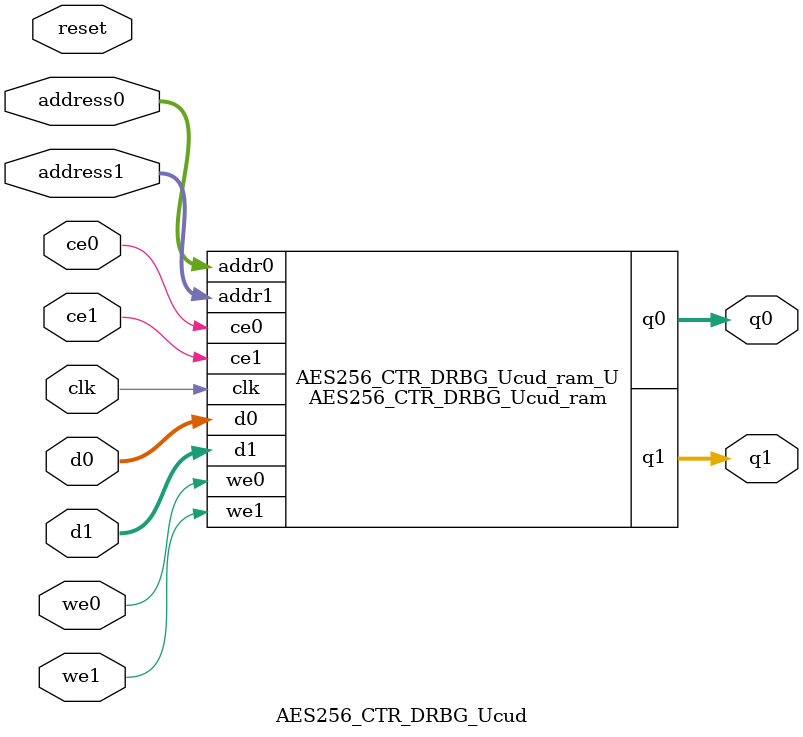
<source format=v>
`timescale 1 ns / 1 ps
module AES256_CTR_DRBG_Ucud_ram (addr0, ce0, d0, we0, q0, addr1, ce1, d1, we1, q1,  clk);

parameter DWIDTH = 8;
parameter AWIDTH = 6;
parameter MEM_SIZE = 48;

input[AWIDTH-1:0] addr0;
input ce0;
input[DWIDTH-1:0] d0;
input we0;
output reg[DWIDTH-1:0] q0;
input[AWIDTH-1:0] addr1;
input ce1;
input[DWIDTH-1:0] d1;
input we1;
output reg[DWIDTH-1:0] q1;
input clk;

(* ram_style = "block" *)reg [DWIDTH-1:0] ram[0:MEM_SIZE-1];




always @(posedge clk)  
begin 
    if (ce0) begin
        if (we0) 
            ram[addr0] <= d0; 
        q0 <= ram[addr0];
    end
end


always @(posedge clk)  
begin 
    if (ce1) begin
        if (we1) 
            ram[addr1] <= d1; 
        q1 <= ram[addr1];
    end
end


endmodule

`timescale 1 ns / 1 ps
module AES256_CTR_DRBG_Ucud(
    reset,
    clk,
    address0,
    ce0,
    we0,
    d0,
    q0,
    address1,
    ce1,
    we1,
    d1,
    q1);

parameter DataWidth = 32'd8;
parameter AddressRange = 32'd48;
parameter AddressWidth = 32'd6;
input reset;
input clk;
input[AddressWidth - 1:0] address0;
input ce0;
input we0;
input[DataWidth - 1:0] d0;
output[DataWidth - 1:0] q0;
input[AddressWidth - 1:0] address1;
input ce1;
input we1;
input[DataWidth - 1:0] d1;
output[DataWidth - 1:0] q1;



AES256_CTR_DRBG_Ucud_ram AES256_CTR_DRBG_Ucud_ram_U(
    .clk( clk ),
    .addr0( address0 ),
    .ce0( ce0 ),
    .we0( we0 ),
    .d0( d0 ),
    .q0( q0 ),
    .addr1( address1 ),
    .ce1( ce1 ),
    .we1( we1 ),
    .d1( d1 ),
    .q1( q1 ));

endmodule


</source>
